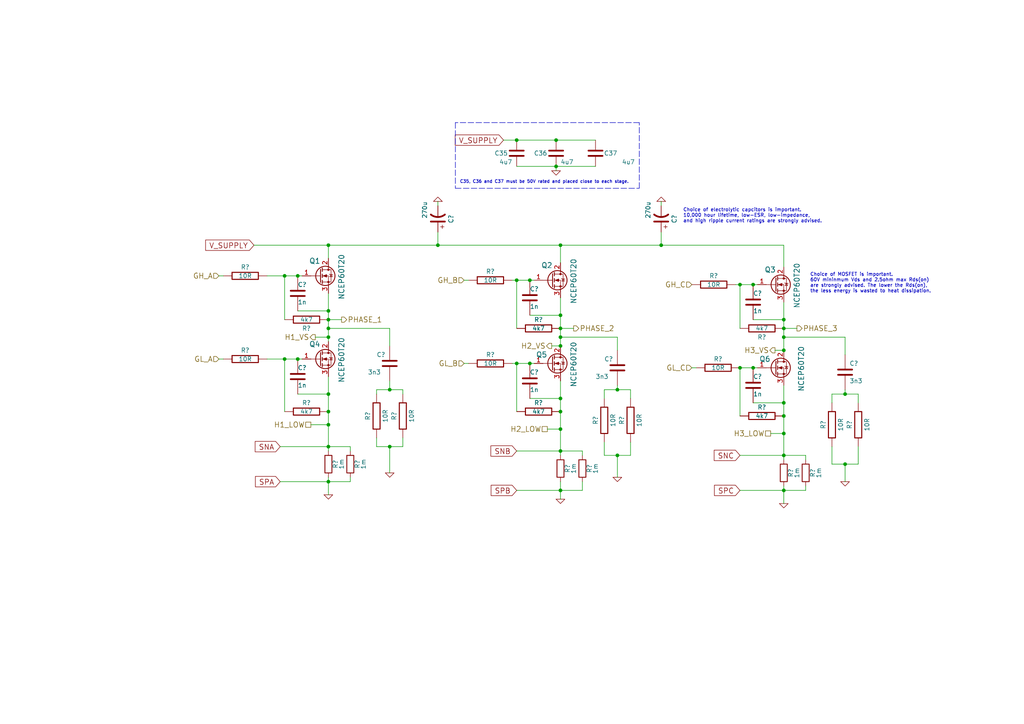
<source format=kicad_sch>
(kicad_sch (version 20250114) (generator "eeschema") (generator_version "9.0")
  (paper "A4")
  (title_block (title "Cheap FOCer 2") (date "2020-04-08") (rev "0.9") (company "Shaman Systems") (comment 1 "Root") (comment 4 "Top level"))
  (lib_symbols
    (symbol "BLDC_4-rescue:C-RESCUE-BLDC_4" (pin_numbers (hide yes)) (pin_names (offset 0.254))
      (property "Reference" "C" (at 0 2.54 0))
      (property "Value" "BLDC_4-rescue_C-RESCUE-BLDC_4" (at 0.1524 -2.159 0))
      (symbol "C-RESCUE-BLDC_4_0_1"
        (polyline (pts (xy -2.032 0.762) (xy 2.032 0.762)) (stroke (width 0.508)))
        (polyline (pts (xy -2.032 -0.762) (xy 2.032 -0.762)) (stroke (width 0.508)))
      )
      (symbol "C-RESCUE-BLDC_4_1_1"
        (pin passive line (at 0 5.08 270) (length 4.318) (name "~") (number "1"))
        (pin passive line (at 0 -5.08 90) (length 4.318) (name "~") (number "2"))
      )
    )
    (symbol "BLDC_4-rescue:GND-RESCUE-BLDC_4" (power) (pin_names (offset 0))
      (symbol "GND-RESCUE-BLDC_4_0_1"
        (polyline (pts (xy -1.27 0) (xy 0 -1.27) (xy 1.27 0) (xy -1.27 0)))
      )
      (symbol "GND-RESCUE-BLDC_4_1_1"
        (pin power_in line (at 0 0 90) (length 0) (hide yes) (name "GND") (number "1"))
      )
    )
    (symbol "BLDC_4-rescue:R-RESCUE-BLDC_4" (pin_numbers (hide yes)) (pin_names (offset 0))
      (property "Reference" "R" (at 2.032 0 90))
      (property "Value" "BLDC_4-rescue_R-RESCUE-BLDC_4" (at 0.1778 0.0254 90))
      (symbol "R-RESCUE-BLDC_4_0_1"
        (rectangle (start -1.016 3.81) (end 1.016 -3.81) (stroke (width 0.3048)))
      )
      (symbol "R-RESCUE-BLDC_4_1_1"
        (pin passive line (at 0 6.35 270) (length 2.54) (name "~") (number "1"))
        (pin passive line (at 0 -6.35 90) (length 2.54) (name "~") (number "2"))
      )
    )
    (symbol "Device:C" (pin_numbers (hide yes)) (pin_names (offset 0.254))
      (property "Reference" "C" (at 0.635 2.54 0))
      (property "Value" "C" (at 0.635 -2.54 0))
      (symbol "C_0_1"
        (polyline (pts (xy -2.032 0.762) (xy 2.032 0.762)) (stroke (width 0.508)))
        (polyline (pts (xy -2.032 -0.762) (xy 2.032 -0.762)) (stroke (width 0.508)))
      )
      (symbol "C_1_1"
        (pin passive line (at 0 3.81 270) (length 2.794) (name "~") (number "1"))
        (pin passive line (at 0 -3.81 90) (length 2.794) (name "~") (number "2"))
      )
    )
    (symbol "Device:CP1" (pin_numbers (hide yes)) (pin_names (offset 0.254) (hide yes))
      (property "Reference" "C" (at 0.635 2.54 0))
      (property "Value" "Device_CP1" (at 0.635 -2.54 0))
      (symbol "CP1_0_1"
        (polyline (pts (xy -2.032 0.762) (xy 2.032 0.762)) (stroke (width 0.508)))
        (polyline (pts (xy -1.778 2.286) (xy -0.762 2.286)))
        (polyline (pts (xy -1.27 1.778) (xy -1.27 2.794)))
        (arc (start -2.032 -1.27) (mid 0 -0.5572) (end 2.032 -1.27) (stroke (width 0.508)))
      )
      (symbol "CP1_1_1"
        (pin passive line (at 0 3.81 270) (length 2.794) (name "~") (number "1"))
        (pin passive line (at 0 -3.81 90) (length 3.302) (name "~") (number "2"))
      )
    )
    (symbol "Device:Q_NMOS_GDS" (pin_names (offset 0) (hide yes))
      (property "Reference" "Q" (at 5.08 1.27 0))
      (property "Value" "Device_Q_NMOS_GDS" (at 5.08 -1.27 0))
      (symbol "Q_NMOS_GDS_0_1"
        (polyline (pts (xy 0.254 1.905) (xy 0.254 -1.905)) (stroke (width 0.254)))
        (polyline (pts (xy 0.254 0) (xy -2.54 0)))
        (polyline (pts (xy 0.762 2.286) (xy 0.762 1.27)) (stroke (width 0.254)))
        (polyline (pts (xy 0.762 0.508) (xy 0.762 -0.508)) (stroke (width 0.254)))
        (polyline (pts (xy 0.762 -1.27) (xy 0.762 -2.286)) (stroke (width 0.254)))
        (polyline (pts (xy 0.762 -1.778) (xy 3.302 -1.778) (xy 3.302 1.778) (xy 0.762 1.778)))
        (polyline (pts (xy 1.016 0) (xy 2.032 0.381) (xy 2.032 -0.381) (xy 1.016 0)) (fill (type outline)))
        (circle (center 1.651 0) (radius 2.794) (stroke (width 0.254)))
        (polyline (pts (xy 2.54 2.54) (xy 2.54 1.778)))
        (circle (center 2.54 1.778) (radius 0.254) (fill (type outline)))
        (circle (center 2.54 -1.778) (radius 0.254) (fill (type outline)))
        (polyline (pts (xy 2.54 -2.54) (xy 2.54 0) (xy 0.762 0)))
        (polyline (pts (xy 2.794 0.508) (xy 2.921 0.381) (xy 3.683 0.381) (xy 3.81 0.254)))
        (polyline (pts (xy 3.302 0.381) (xy 2.921 -0.254) (xy 3.683 -0.254) (xy 3.302 0.381)))
      )
      (symbol "Q_NMOS_GDS_1_1"
        (pin input line (at -5.08 0 0) (length 2.54) (name "G") (number "1"))
        (pin passive line (at 2.54 5.08 270) (length 2.54) (name "D") (number "2"))
        (pin passive line (at 2.54 -5.08 90) (length 2.54) (name "S") (number "3"))
      )
    )
    (symbol "Device:R" (pin_numbers (hide yes)) (pin_names (offset 0))
      (property "Reference" "R" (at 2.032 0 90))
      (property "Value" "R" (at 0 0 90))
      (symbol "R_0_1"
        (rectangle (start -1.016 -2.54) (end 1.016 2.54) (stroke (width 0.254)))
      )
      (symbol "R_1_1"
        (pin passive line (at 0 3.81 270) (length 1.27) (name "~") (number "1"))
        (pin passive line (at 0 -3.81 90) (length 1.27) (name "~") (number "2"))
      )
    )
  )
  (text "Choice of MOSFET is important. \n60V mininmum Vds and 2.5ohm max Rds(on) \nare strongly advised. The lower the Rds(on), \nthe less energy is wasted to heat dissipation. " (at 234.95 85.09 0) (effects (font (size 0.9906 0.9906)) (justify left bottom)))
  (text "C35, C36 and C37 must be 50V rated and placed close to each stage." (at 133.35 53.34 0) (effects (font (size 0.889 0.889)) (justify left bottom)))
  (text "Choice of electrolytic capcitors is important. \n10,000 hour lifetime, low-ESR, low-impedance, \nand high ripple current ratings are strongly advised." (at 198.12 64.77 0) (effects (font (size 0.9906 0.9906)) (justify left bottom)))
  (junction (at 153.67 105.41))
  (junction (at 214.63 82.55))
  (junction (at 162.56 124.46))
  (junction (at 161.29 48.26))
  (junction (at 162.56 91.44))
  (junction (at 162.56 100.33))
  (junction (at 227.33 92.71))
  (junction (at 218.44 82.55))
  (junction (at 227.33 97.79))
  (junction (at 95.25 97.79))
  (junction (at 86.36 80.01))
  (junction (at 113.03 129.54))
  (junction (at 245.11 134.62))
  (junction (at 191.77 71.12))
  (junction (at 113.03 113.03))
  (junction (at 162.56 119.38))
  (junction (at 161.29 40.64))
  (junction (at 162.56 71.12))
  (junction (at 218.44 106.68))
  (junction (at 95.25 119.38))
  (junction (at 95.25 90.17))
  (junction (at 95.25 114.3))
  (junction (at 127 71.12))
  (junction (at 227.33 132.08))
  (junction (at 95.25 129.54))
  (junction (at 95.25 123.19))
  (junction (at 227.33 116.84))
  (junction (at 149.86 40.64))
  (junction (at 95.25 139.7))
  (junction (at 179.07 132.08))
  (junction (at 95.25 92.71))
  (junction (at 95.25 71.12))
  (junction (at 82.55 80.01))
  (junction (at 245.11 114.3))
  (junction (at 153.67 81.28))
  (junction (at 149.86 105.41))
  (junction (at 179.07 113.03))
  (junction (at 227.33 142.24))
  (junction (at 149.86 81.28))
  (junction (at 214.63 106.68))
  (junction (at 162.56 115.57))
  (junction (at 162.56 95.25))
  (junction (at 162.56 97.79))
  (junction (at 162.56 130.81))
  (junction (at 162.56 142.24))
  (junction (at 227.33 125.73))
  (junction (at 82.55 104.14))
  (junction (at 95.25 95.25))
  (junction (at 227.33 95.25))
  (junction (at 86.36 104.14))
  (junction (at 227.33 120.65))
  (junction (at 227.33 101.6))
  (wire (pts (xy 149.86 119.38) (xy 149.86 105.41)))
  (wire (pts (xy 86.36 114.3) (xy 95.25 114.3)))
  (wire (pts (xy 179.07 132.08) (xy 175.26 132.08)))
  (wire (pts (xy 113.03 137.16) (xy 113.03 129.54)))
  (wire (pts (xy 127 59.69) (xy 127 58.42)))
  (wire (pts (xy 113.03 113.03) (xy 109.22 113.03)))
  (wire (pts (xy 95.25 92.71) (xy 99.06 92.71)))
  (wire (pts (xy 63.5 104.14) (xy 64.77 104.14)))
  (wire (pts (xy 82.55 92.71) (xy 82.55 80.01)))
  (wire (pts (xy 82.55 104.14) (xy 86.36 104.14)))
  (wire (pts (xy 162.56 97.79) (xy 162.56 100.33)))
  (polyline (pts (xy 132.08 35.56) (xy 132.08 54.61)) (stroke (width 0) (type dash)))
  (wire (pts (xy 162.56 130.81) (xy 162.56 132.08)))
  (wire (pts (xy 82.55 80.01) (xy 86.36 80.01)))
  (wire (pts (xy 95.25 95.25) (xy 95.25 97.79)))
  (wire (pts (xy 241.3 134.62) (xy 241.3 129.54)))
  (wire (pts (xy 227.33 116.84) (xy 227.33 120.65)))
  (wire (pts (xy 90.17 123.19) (xy 95.25 123.19)))
  (wire (pts (xy 223.52 125.73) (xy 227.33 125.73)))
  (wire (pts (xy 149.86 142.24) (xy 162.56 142.24)))
  (wire (pts (xy 175.26 132.08) (xy 175.26 128.27)))
  (wire (pts (xy 182.88 128.27) (xy 182.88 132.08)))
  (wire (pts (xy 161.29 48.26) (xy 161.29 49.53)))
  (wire (pts (xy 82.55 119.38) (xy 82.55 104.14)))
  (wire (pts (xy 149.86 48.26) (xy 161.29 48.26)))
  (wire (pts (xy 162.56 124.46) (xy 162.56 130.81)))
  (wire (pts (xy 241.3 114.3) (xy 241.3 116.84)))
  (wire (pts (xy 101.6 129.54) (xy 95.25 129.54)))
  (wire (pts (xy 182.88 132.08) (xy 179.07 132.08)))
  (wire (pts (xy 134.62 81.28) (xy 135.89 81.28)))
  (wire (pts (xy 162.56 76.2) (xy 162.56 71.12)))
  (wire (pts (xy 168.91 142.24) (xy 162.56 142.24)))
  (wire (pts (xy 168.91 132.08) (xy 168.91 130.81)))
  (wire (pts (xy 224.79 101.6) (xy 227.33 101.6)))
  (wire (pts (xy 162.56 86.36) (xy 162.56 91.44)))
  (wire (pts (xy 162.56 97.79) (xy 179.07 97.79)))
  (wire (pts (xy 101.6 130.81) (xy 101.6 129.54)))
  (wire (pts (xy 101.6 138.43) (xy 101.6 139.7)))
  (wire (pts (xy 233.68 133.35) (xy 233.68 132.08)))
  (wire (pts (xy 116.84 129.54) (xy 113.03 129.54)))
  (wire (pts (xy 95.25 139.7) (xy 95.25 138.43)))
  (wire (pts (xy 191.77 59.69) (xy 191.77 58.42)))
  (wire (pts (xy 149.86 130.81) (xy 162.56 130.81)))
  (wire (pts (xy 127 71.12) (xy 162.56 71.12)))
  (wire (pts (xy 233.68 140.97) (xy 233.68 142.24)))
  (wire (pts (xy 214.63 82.55) (xy 214.63 95.25)))
  (wire (pts (xy 95.25 71.12) (xy 95.25 74.93)))
  (wire (pts (xy 227.33 95.25) (xy 227.33 97.79)))
  (wire (pts (xy 95.25 92.71) (xy 95.25 95.25)))
  (wire (pts (xy 162.56 142.24) (xy 162.56 139.7)))
  (wire (pts (xy 116.84 113.03) (xy 113.03 113.03)))
  (wire (pts (xy 168.91 139.7) (xy 168.91 142.24)))
  (wire (pts (xy 91.44 97.79) (xy 95.25 97.79)))
  (wire (pts (xy 77.47 80.01) (xy 82.55 80.01)))
  (wire (pts (xy 95.25 90.17) (xy 95.25 92.71)))
  (wire (pts (xy 134.62 105.41) (xy 135.89 105.41)))
  (wire (pts (xy 95.25 95.25) (xy 113.03 95.25)))
  (wire (pts (xy 95.25 119.38) (xy 95.25 123.19)))
  (wire (pts (xy 179.07 113.03) (xy 175.26 113.03)))
  (polyline (pts (xy 132.08 54.61) (xy 185.42 54.61)) (stroke (width 0) (type dash)))
  (wire (pts (xy 227.33 120.65) (xy 227.33 125.73)))
  (wire (pts (xy 218.44 116.84) (xy 227.33 116.84)))
  (wire (pts (xy 218.44 106.68) (xy 219.71 106.68)))
  (wire (pts (xy 214.63 82.55) (xy 218.44 82.55)))
  (wire (pts (xy 109.22 129.54) (xy 109.22 127)))
  (wire (pts (xy 182.88 115.57) (xy 182.88 113.03)))
  (wire (pts (xy 179.07 101.6) (xy 179.07 97.79)))
  (wire (pts (xy 161.29 48.26) (xy 172.72 48.26)))
  (wire (pts (xy 162.56 71.12) (xy 191.77 71.12)))
  (wire (pts (xy 161.29 40.64) (xy 172.72 40.64)))
  (wire (pts (xy 162.56 95.25) (xy 162.56 97.79)))
  (wire (pts (xy 162.56 91.44) (xy 162.56 95.25)))
  (polyline (pts (xy 185.42 35.56) (xy 132.08 35.56)) (stroke (width 0) (type dash)))
  (wire (pts (xy 153.67 81.28) (xy 154.94 81.28)))
  (wire (pts (xy 95.25 109.22) (xy 95.25 114.3)))
  (wire (pts (xy 73.66 71.12) (xy 95.25 71.12)))
  (wire (pts (xy 149.86 40.64) (xy 161.29 40.64)))
  (wire (pts (xy 214.63 142.24) (xy 227.33 142.24)))
  (wire (pts (xy 227.33 146.05) (xy 227.33 142.24)))
  (wire (pts (xy 116.84 127) (xy 116.84 129.54)))
  (wire (pts (xy 158.75 124.46) (xy 162.56 124.46)))
  (wire (pts (xy 162.56 95.25) (xy 166.37 95.25)))
  (wire (pts (xy 245.11 134.62) (xy 241.3 134.62)))
  (wire (pts (xy 101.6 139.7) (xy 95.25 139.7)))
  (wire (pts (xy 95.25 139.7) (xy 95.25 143.51)))
  (wire (pts (xy 149.86 81.28) (xy 153.67 81.28)))
  (wire (pts (xy 95.25 97.79) (xy 95.25 99.06)))
  (wire (pts (xy 233.68 142.24) (xy 227.33 142.24)))
  (wire (pts (xy 245.11 113.03) (xy 245.11 114.3)))
  (wire (pts (xy 148.59 81.28) (xy 149.86 81.28)))
  (wire (pts (xy 160.02 100.33) (xy 162.56 100.33)))
  (wire (pts (xy 227.33 97.79) (xy 245.11 97.79)))
  (wire (pts (xy 248.92 134.62) (xy 245.11 134.62)))
  (wire (pts (xy 214.63 132.08) (xy 227.33 132.08)))
  (wire (pts (xy 95.25 114.3) (xy 95.25 119.38)))
  (wire (pts (xy 149.86 105.41) (xy 153.67 105.41)))
  (wire (pts (xy 245.11 114.3) (xy 241.3 114.3)))
  (wire (pts (xy 175.26 113.03) (xy 175.26 115.57)))
  (wire (pts (xy 245.11 102.87) (xy 245.11 97.79)))
  (wire (pts (xy 233.68 132.08) (xy 227.33 132.08)))
  (wire (pts (xy 86.36 104.14) (xy 87.63 104.14)))
  (wire (pts (xy 113.03 100.33) (xy 113.03 95.25)))
  (wire (pts (xy 248.92 129.54) (xy 248.92 134.62)))
  (wire (pts (xy 146.05 40.64) (xy 149.86 40.64)))
  (wire (pts (xy 227.33 132.08) (xy 227.33 133.35)))
  (wire (pts (xy 162.56 144.78) (xy 162.56 142.24)))
  (wire (pts (xy 113.03 129.54) (xy 109.22 129.54)))
  (wire (pts (xy 227.33 111.76) (xy 227.33 116.84)))
  (wire (pts (xy 109.22 113.03) (xy 109.22 114.3)))
  (wire (pts (xy 182.88 113.03) (xy 179.07 113.03)))
  (wire (pts (xy 153.67 91.44) (xy 162.56 91.44)))
  (wire (pts (xy 77.47 104.14) (xy 82.55 104.14)))
  (wire (pts (xy 227.33 92.71) (xy 227.33 95.25)))
  (wire (pts (xy 95.25 123.19) (xy 95.25 129.54)))
  (wire (pts (xy 218.44 82.55) (xy 219.71 82.55)))
  (wire (pts (xy 248.92 114.3) (xy 245.11 114.3)))
  (wire (pts (xy 191.77 71.12) (xy 227.33 71.12)))
  (wire (pts (xy 213.36 82.55) (xy 214.63 82.55)))
  (wire (pts (xy 227.33 71.12) (xy 227.33 77.47)))
  (wire (pts (xy 214.63 120.65) (xy 214.63 106.68)))
  (wire (pts (xy 153.67 105.41) (xy 154.94 105.41)))
  (wire (pts (xy 95.25 71.12) (xy 127 71.12)))
  (wire (pts (xy 168.91 130.81) (xy 162.56 130.81)))
  (wire (pts (xy 95.25 129.54) (xy 95.25 130.81)))
  (wire (pts (xy 113.03 110.49) (xy 113.03 113.03)))
  (wire (pts (xy 81.28 139.7) (xy 95.25 139.7)))
  (wire (pts (xy 162.56 119.38) (xy 162.56 124.46)))
  (wire (pts (xy 227.33 125.73) (xy 227.33 132.08)))
  (wire (pts (xy 95.25 85.09) (xy 95.25 90.17)))
  (wire (pts (xy 148.59 105.41) (xy 149.86 105.41)))
  (wire (pts (xy 214.63 106.68) (xy 218.44 106.68)))
  (wire (pts (xy 191.77 67.31) (xy 191.77 71.12)))
  (wire (pts (xy 179.07 138.43) (xy 179.07 132.08)))
  (wire (pts (xy 81.28 129.54) (xy 95.25 129.54)))
  (wire (pts (xy 162.56 110.49) (xy 162.56 115.57)))
  (wire (pts (xy 245.11 139.7) (xy 245.11 134.62)))
  (wire (pts (xy 149.86 81.28) (xy 149.86 95.25)))
  (wire (pts (xy 227.33 87.63) (xy 227.33 92.71)))
  (wire (pts (xy 227.33 97.79) (xy 227.33 101.6)))
  (wire (pts (xy 179.07 111.76) (xy 179.07 113.03)))
  (wire (pts (xy 86.36 90.17) (xy 95.25 90.17)))
  (wire (pts (xy 86.36 80.01) (xy 87.63 80.01)))
  (wire (pts (xy 218.44 92.71) (xy 227.33 92.71)))
  (wire (pts (xy 116.84 114.3) (xy 116.84 113.03)))
  (wire (pts (xy 153.67 115.57) (xy 162.56 115.57)))
  (wire (pts (xy 162.56 115.57) (xy 162.56 119.38)))
  (wire (pts (xy 200.66 106.68) (xy 201.93 106.68)))
  (wire (pts (xy 227.33 142.24) (xy 227.33 140.97)))
  (polyline (pts (xy 185.42 54.61) (xy 185.42 35.56)) (stroke (width 0) (type dash)))
  (wire (pts (xy 227.33 95.25) (xy 231.14 95.25)))
  (wire (pts (xy 63.5 80.01) (xy 64.77 80.01)))
  (wire (pts (xy 248.92 116.84) (xy 248.92 114.3)))
  (wire (pts (xy 127 67.31) (xy 127 71.12)))
  (global_label "SPC" (shape input) (at 214.63 142.24 180) (effects (font (size 1.524 1.524))) (property "Intersheetrefs" "${INTERSHEET_REFS}" (effects (hide yes))))
  (global_label "SNA" (shape input) (at 81.28 129.54 180) (effects (font (size 1.524 1.524))) (property "Intersheetrefs" "${INTERSHEET_REFS}" (effects (hide yes))))
  (global_label "SPA" (shape input) (at 81.28 139.7 180) (effects (font (size 1.524 1.524))) (property "Intersheetrefs" "${INTERSHEET_REFS}" (effects (hide yes))))
  (global_label "SPB" (shape input) (at 149.86 142.24 180) (effects (font (size 1.524 1.524))) (property "Intersheetrefs" "${INTERSHEET_REFS}" (effects (hide yes))))
  (global_label "SNB" (shape input) (at 149.86 130.81 180) (effects (font (size 1.524 1.524))) (property "Intersheetrefs" "${INTERSHEET_REFS}" (effects (hide yes))))
  (global_label "V_SUPPLY" (shape input) (at 146.05 40.64 180) (effects (font (size 1.524 1.524))) (property "Intersheetrefs" "${INTERSHEET_REFS}" (effects (hide yes))))
  (global_label "SNC" (shape input) (at 214.63 132.08 180) (effects (font (size 1.524 1.524))) (property "Intersheetrefs" "${INTERSHEET_REFS}" (effects (hide yes))))
  (global_label "V_SUPPLY" (shape input) (at 73.66 71.12 180) (effects (font (size 1.524 1.524))) (property "Intersheetrefs" "${INTERSHEET_REFS}" (effects (hide yes))))
  (hierarchical_label "PHASE_3" (shape output) (at 231.14 95.25 0) (effects (font (size 1.524 1.524))))
  (hierarchical_label "PHASE_1" (shape output) (at 99.06 92.71 0) (effects (font (size 1.524 1.524))))
  (hierarchical_label "H3_LOW" (shape passive) (at 223.52 125.73 180) (effects (font (size 1.524 1.524))))
  (hierarchical_label "GH_A" (shape input) (at 63.5 80.01 180) (effects (font (size 1.524 1.524))))
  (hierarchical_label "H2_VS" (shape output) (at 160.02 100.33 180) (effects (font (size 1.524 1.524))))
  (hierarchical_label "GL_A" (shape input) (at 63.5 104.14 180) (effects (font (size 1.524 1.524))))
  (hierarchical_label "H1_LOW" (shape passive) (at 90.17 123.19 180) (effects (font (size 1.524 1.524))))
  (hierarchical_label "GH_B" (shape input) (at 134.62 81.28 180) (effects (font (size 1.524 1.524))))
  (hierarchical_label "GL_C" (shape input) (at 200.66 106.68 180) (effects (font (size 1.524 1.524))))
  (hierarchical_label "GL_B" (shape input) (at 134.62 105.41 180) (effects (font (size 1.524 1.524))))
  (hierarchical_label "H1_VS" (shape output) (at 91.44 97.79 180) (effects (font (size 1.524 1.524))))
  (hierarchical_label "H3_VS" (shape output) (at 224.79 101.6 180) (effects (font (size 1.524 1.524))))
  (hierarchical_label "GH_C" (shape input) (at 200.66 82.55 180) (effects (font (size 1.524 1.524))))
  (hierarchical_label "PHASE_2" (shape output) (at 166.37 95.25 0) (effects (font (size 1.524 1.524))))
  (hierarchical_label "H2_LOW" (shape passive) (at 158.75 124.46 180) (effects (font (size 1.524 1.524))))
  (symbol (lib_id "Device:Q_NMOS_GDS") (at 92.71 80.01 0) (unit 1)
    (property "Reference" "Q1" (at 92.964 75.692 0) (effects (font (size 1.524 1.524)) (justify right)))
    (property "Value" "NCEP60T20" (at 99.06 73.66 90) (effects (font (size 1.524 1.524)) (justify right)))
    (property "Footprint" "Package_TO_SOT_THT:TO-220-3_Horizontal_TabUp" (effects (hide yes)))
  )
  (symbol (lib_id "Device:Q_NMOS_GDS") (at 92.71 104.14 0) (unit 1)
    (property "Reference" "Q4" (at 92.964 99.822 0) (effects (font (size 1.524 1.524)) (justify right)))
    (property "Value" "NCEP60T20" (at 99.06 97.79 90) (effects (font (size 1.524 1.524)) (justify right)))
    (property "Footprint" "Package_TO_SOT_THT:TO-220-3_Horizontal_TabUp" (effects (hide yes)))
  )
  (symbol (lib_id "Device:Q_NMOS_GDS") (at 160.02 105.41 0) (unit 1)
    (property "Reference" "Q5" (at 158.75 102.87 0) (effects (font (size 1.524 1.524)) (justify right)))
    (property "Value" "NCEP60T20" (at 166.37 99.06 90) (effects (font (size 1.524 1.524)) (justify right)))
    (property "Footprint" "Package_TO_SOT_THT:TO-220-3_Horizontal_TabUp" (effects (hide yes)))
  )
  (symbol (lib_id "Device:Q_NMOS_GDS") (at 160.02 81.28 0) (unit 1)
    (property "Reference" "Q2" (at 160.274 76.962 0) (effects (font (size 1.524 1.524)) (justify right)))
    (property "Value" "NCEP60T20" (at 166.37 74.93 90) (effects (font (size 1.524 1.524)) (justify right)))
    (property "Footprint" "Package_TO_SOT_THT:TO-220-3_Horizontal_TabUp" (effects (hide yes)))
  )
  (symbol (lib_id "Device:Q_NMOS_GDS") (at 224.79 82.55 0) (unit 1)
    (property "Reference" "Q3" (at 225.044 78.232 0) (effects (font (size 1.524 1.524)) (justify right)))
    (property "Value" "NCEP60T20" (at 231.14 76.2 90) (effects (font (size 1.524 1.524)) (justify right)))
    (property "Footprint" "Package_TO_SOT_THT:TO-220-3_Horizontal_TabUp" (effects (hide yes)))
  )
  (symbol (lib_id "Device:Q_NMOS_GDS") (at 224.79 106.68 0) (unit 1)
    (property "Reference" "Q6" (at 223.52 104.14 0) (effects (font (size 1.524 1.524)) (justify right)))
    (property "Value" "NCEP60T20" (at 232.41 100.33 90) (effects (font (size 1.524 1.524)) (justify right)))
    (property "Footprint" "Package_TO_SOT_THT:TO-220-3_Horizontal_TabUp" (effects (hide yes)))
  )
  (symbol (lib_id "Device:R") (at 95.25 134.62 0) (mirror x) (unit 1)
    (property "Reference" "R56" (at 97.282 134.62 90))
    (property "Value" "1m" (at 99.06 134.62 90))
    (property "Footprint" "Resistor_SMD:R_2512_6332Metric" (effects (hide yes)))
    (property "Datasheet" "https://www.mouser.com/datasheet/2/54/ss2h-2512-1302652.pdf" (effects (hide yes)))
    (instances (project "" (path "" (reference "R?") (unit 1)) (path "" (reference "R56") (unit 1))))
  )
  (symbol (lib_id "BLDC_4-rescue:GND-RESCUE-BLDC_4") (at 95.25 143.51 0) (unit 1)
    (property "Reference" "#PWR061" (effects (hide yes)))
    (property "Value" "GND" (effects (hide yes)))
    (instances (project "" (path "" (reference "#PWR?") (unit 1)) (path "" (reference "#PWR061") (unit 1))))
  )
  (symbol (lib_id "Device:R") (at 162.56 135.89 0) (mirror x) (unit 1)
    (property "Reference" "R58" (at 164.592 135.89 90))
    (property "Value" "1m" (at 166.37 135.89 90))
    (property "Footprint" "Resistor_SMD:R_2512_6332Metric" (effects (hide yes)))
    (instances (project "" (path "" (reference "R?") (unit 1)) (path "" (reference "R58") (unit 1))))
  )
  (symbol (lib_id "Device:R") (at 227.33 137.16 0) (mirror x) (unit 1)
    (property "Reference" "R60" (at 229.362 137.16 90))
    (property "Value" "1m" (at 231.14 137.16 90))
    (property "Footprint" "Resistor_SMD:R_2512_6332Metric" (effects (hide yes)))
    (instances (project "" (path "" (reference "R?") (unit 1)) (path "" (reference "R60") (unit 1))))
  )
  (symbol (lib_id "BLDC_4-rescue:GND-RESCUE-BLDC_4") (at 162.56 144.78 0) (unit 1)
    (property "Reference" "#PWR062" (effects (hide yes)))
    (property "Value" "GND" (effects (hide yes)))
    (instances (project "" (path "" (reference "#PWR?") (unit 1)) (path "" (reference "#PWR062") (unit 1))))
  )
  (symbol (lib_id "BLDC_4-rescue:GND-RESCUE-BLDC_4") (at 227.33 146.05 0) (unit 1)
    (property "Reference" "#PWR063" (effects (hide yes)))
    (property "Value" "GND" (effects (hide yes)))
    (instances (project "" (path "" (reference "#PWR?") (unit 1)) (path "" (reference "#PWR063") (unit 1))))
  )
  (symbol (lib_id "Device:CP1") (at 127 63.5 180) (unit 1)
    (property "Reference" "C38" (at 130.81 62.23 90) (effects (justify left)))
    (property "Value" "270u" (at 123.19 58.42 90) (effects (justify left)))
    (property "Footprint" "Capacitor_SMD:CP_Elec_10x10" (effects (hide yes)))
    (instances (project "" (path "" (reference "C?") (unit 1)) (path "" (reference "C38") (unit 1))))
  )
  (symbol (lib_id "BLDC_4-rescue:GND-RESCUE-BLDC_4") (at 127 58.42 180) (unit 1)
    (property "Reference" "#PWR056" (effects (hide yes)))
    (property "Value" "GND" (effects (hide yes)))
    (instances (project "" (path "" (reference "#PWR?") (unit 1)) (path "" (reference "#PWR056") (unit 1))))
  )
  (symbol (lib_id "Device:C") (at 161.29 44.45 180) (unit 1)
    (property "Reference" "C36" (at 158.75 44.45 0) (effects (justify left)))
    (property "Value" "4u7" (at 166.37 46.99 0) (effects (justify left)))
    (property "Footprint" "Capacitor_SMD:C_1210_3225Metric" (effects (hide yes)))
  )
  (symbol (lib_id "Device:C") (at 149.86 44.45 180) (unit 1)
    (property "Reference" "C35" (at 147.32 44.45 0) (effects (justify left)))
    (property "Value" "4u7" (at 148.59 46.99 0) (effects (justify left)))
    (property "Footprint" "Capacitor_SMD:C_1210_3225Metric" (effects (hide yes)))
    (property "Datasheet" "https://www.mouser.com/datasheet/2/440/e_WIMA_MKS_4-1139797.pdf" (effects (hide yes)))
  )
  (symbol (lib_id "BLDC_4-rescue:GND-RESCUE-BLDC_4") (at 161.29 49.53 0) (unit 1)
    (property "Reference" "#PWR055" (effects (hide yes)))
    (property "Value" "GND" (effects (hide yes)))
    (instances (project "" (path "" (reference "#PWR?") (unit 1)) (path "" (reference "#PWR055") (unit 1))))
  )
  (symbol (lib_id "BLDC_4-rescue:R-RESCUE-BLDC_4") (at 88.9 119.38 90) (unit 1)
    (property "Reference" "R50" (at 88.9 116.84 90))
    (property "Value" "4k7" (at 88.9 119.38 90))
    (property "Footprint" "Resistor_SMD:R_0402_1005Metric" (effects (hide yes)))
    (instances (project "" (path "" (reference "R?") (unit 1)) (path "" (reference "R50") (unit 1)) (path "" (reference "R?") (unit 1))))
  )
  (symbol (lib_id "BLDC_4-rescue:R-RESCUE-BLDC_4") (at 156.21 119.38 270) (unit 1)
    (property "Reference" "R51" (at 156.21 116.84 90))
    (property "Value" "4k7" (at 156.21 119.38 90))
    (property "Footprint" "Resistor_SMD:R_0402_1005Metric" (effects (hide yes)))
    (instances (project "" (path "" (reference "R?") (unit 1)) (path "" (reference "R51") (unit 1)) (path "" (reference "R?") (unit 1))))
  )
  (symbol (lib_id "BLDC_4-rescue:R-RESCUE-BLDC_4") (at 220.98 120.65 270) (unit 1)
    (property "Reference" "R52" (at 220.98 118.11 90))
    (property "Value" "4k7" (at 220.98 120.65 90))
    (property "Footprint" "Resistor_SMD:R_0402_1005Metric" (effects (hide yes)))
    (instances (project "" (path "" (reference "R?") (unit 1)) (path "" (reference "R52") (unit 1)) (path "" (reference "R?") (unit 1))))
  )
  (symbol (lib_id "BLDC_4-rescue:R-RESCUE-BLDC_4") (at 88.9 92.71 90) (unit 1)
    (property "Reference" "R44" (at 88.9 95.25 90))
    (property "Value" "4k7" (at 88.9 92.71 90))
    (property "Footprint" "Resistor_SMD:R_0402_1005Metric" (effects (hide yes)))
    (instances (project "" (path "" (reference "R?") (unit 1)) (path "" (reference "R44") (unit 1)) (path "" (reference "R?") (unit 1))))
  )
  (symbol (lib_id "BLDC_4-rescue:R-RESCUE-BLDC_4") (at 156.21 95.25 270) (unit 1)
    (property "Reference" "R45" (at 156.21 92.71 90))
    (property "Value" "4k7" (at 156.21 95.25 90))
    (property "Footprint" "Resistor_SMD:R_0402_1005Metric" (effects (hide yes)))
    (instances (project "" (path "" (reference "R?") (unit 1)) (path "" (reference "R45") (unit 1)) (path "" (reference "R?") (unit 1))))
  )
  (symbol (lib_id "BLDC_4-rescue:R-RESCUE-BLDC_4") (at 220.98 95.25 270) (unit 1)
    (property "Reference" "R46" (at 220.98 97.79 90))
    (property "Value" "4k7" (at 220.98 95.25 90))
    (property "Footprint" "Resistor_SMD:R_0402_1005Metric" (effects (hide yes)))
    (instances (project "" (path "" (reference "R?") (unit 1)) (path "" (reference "R46") (unit 1)) (path "" (reference "R?") (unit 1))))
  )
  (symbol (lib_id "BLDC_4-rescue:R-RESCUE-BLDC_4") (at 109.22 120.65 180) (unit 1)
    (property "Reference" "R53" (at 106.68 120.65 90))
    (property "Value" "10R" (at 111.76 120.65 90))
    (property "Footprint" "Resistor_SMD:R_0402_1005Metric" (effects (hide yes)))
    (instances (project "" (path "" (reference "R?") (unit 1)) (path "" (reference "R53") (unit 1))))
  )
  (symbol (lib_id "BLDC_4-rescue:C-RESCUE-BLDC_4") (at 113.03 105.41 0) (unit 1)
    (property "Reference" "C40" (at 109.22 102.87 0) (effects (justify left)))
    (property "Value" "3n3" (at 106.68 107.95 0) (effects (justify left)))
    (property "Footprint" "Capacitor_SMD:C_0402_1005Metric" (effects (hide yes)))
    (instances (project "" (path "" (reference "C?") (unit 1)) (path "" (reference "C40") (unit 1))))
  )
  (symbol (lib_id "BLDC_4-rescue:GND-RESCUE-BLDC_4") (at 113.03 137.16 0) (unit 1)
    (property "Reference" "#PWR058" (effects (hide yes)))
    (property "Value" "GND" (effects (hide yes)))
    (instances (project "" (path "" (reference "#PWR?") (unit 1)) (path "" (reference "#PWR058") (unit 1))))
  )
  (symbol (lib_id "BLDC_4-rescue:R-RESCUE-BLDC_4") (at 175.26 121.92 180) (unit 1)
    (property "Reference" "R54" (at 172.72 121.92 90))
    (property "Value" "10R" (at 177.8 121.92 90))
    (property "Footprint" "Resistor_SMD:R_0402_1005Metric" (effects (hide yes)))
    (instances (project "" (path "" (reference "R?") (unit 1)) (path "" (reference "R54") (unit 1))))
  )
  (symbol (lib_id "BLDC_4-rescue:C-RESCUE-BLDC_4") (at 179.07 106.68 0) (unit 1)
    (property "Reference" "C41" (at 175.26 104.14 0) (effects (justify left)))
    (property "Value" "3n3" (at 172.72 109.22 0) (effects (justify left)))
    (property "Footprint" "Capacitor_SMD:C_0402_1005Metric" (effects (hide yes)))
    (instances (project "" (path "" (reference "C?") (unit 1)) (path "" (reference "C41") (unit 1))))
  )
  (symbol (lib_id "BLDC_4-rescue:GND-RESCUE-BLDC_4") (at 179.07 138.43 0) (unit 1)
    (property "Reference" "#PWR059" (effects (hide yes)))
    (property "Value" "GND" (effects (hide yes)))
    (instances (project "" (path "" (reference "#PWR?") (unit 1)) (path "" (reference "#PWR059") (unit 1))))
  )
  (symbol (lib_id "BLDC_4-rescue:R-RESCUE-BLDC_4") (at 241.3 123.19 180) (unit 1)
    (property "Reference" "R55" (at 238.76 123.19 90))
    (property "Value" "10R" (at 243.84 123.19 90))
    (property "Footprint" "Resistor_SMD:R_0402_1005Metric" (effects (hide yes)))
    (instances (project "" (path "" (reference "R?") (unit 1)) (path "" (reference "R55") (unit 1))))
  )
  (symbol (lib_id "BLDC_4-rescue:C-RESCUE-BLDC_4") (at 245.11 107.95 0) (unit 1)
    (property "Reference" "C42" (at 246.38 105.41 0) (effects (justify left)))
    (property "Value" "3n3" (at 246.38 110.49 0) (effects (justify left)))
    (property "Footprint" "Capacitor_SMD:C_0402_1005Metric" (effects (hide yes)))
    (instances (project "" (path "" (reference "C?") (unit 1)) (path "" (reference "C42") (unit 1))))
  )
  (symbol (lib_id "BLDC_4-rescue:GND-RESCUE-BLDC_4") (at 245.11 139.7 0) (unit 1)
    (property "Reference" "#PWR060" (effects (hide yes)))
    (property "Value" "GND" (effects (hide yes)))
    (instances (project "" (path "" (reference "#PWR?") (unit 1)) (path "" (reference "#PWR060") (unit 1))))
  )
  (symbol (lib_id "Device:CP1") (at 191.77 63.5 180) (unit 1)
    (property "Reference" "C39" (at 195.58 62.23 90) (effects (justify left)))
    (property "Value" "270u" (at 187.96 58.42 90) (effects (justify left)))
    (property "Footprint" "Capacitor_SMD:CP_Elec_10x10" (effects (hide yes)))
    (instances (project "" (path "" (reference "C?") (unit 1)) (path "" (reference "C39") (unit 1))))
  )
  (symbol (lib_id "BLDC_4-rescue:GND-RESCUE-BLDC_4") (at 191.77 58.42 180) (unit 1)
    (property "Reference" "#PWR057" (effects (hide yes)))
    (property "Value" "GND" (effects (hide yes)))
    (instances (project "" (path "" (reference "#PWR?") (unit 1)) (path "" (reference "#PWR057") (unit 1))))
  )
  (symbol (lib_id "Device:R") (at 168.91 135.89 0) (mirror x) (unit 1)
    (property "Reference" "R59" (at 170.942 135.89 90))
    (property "Value" "1m" (at 172.72 135.89 90))
    (property "Footprint" "Resistor_SMD:R_2512_6332Metric" (effects (hide yes)))
    (instances (project "" (path "" (reference "R?") (unit 1)) (path "" (reference "R59") (unit 1))))
  )
  (symbol (lib_id "Device:R") (at 101.6 134.62 0) (mirror x) (unit 1)
    (property "Reference" "R57" (at 103.632 134.62 90))
    (property "Value" "1m" (at 105.41 134.62 90))
    (property "Footprint" "Resistor_SMD:R_2512_6332Metric" (effects (hide yes)))
    (instances (project "" (path "" (reference "R?") (unit 1)) (path "" (reference "R57") (unit 1))))
  )
  (symbol (lib_id "Device:R") (at 233.68 137.16 0) (mirror x) (unit 1)
    (property "Reference" "R61" (at 235.712 137.16 90))
    (property "Value" "1m" (at 237.49 137.16 90))
    (property "Footprint" "Resistor_SMD:R_2512_6332Metric" (effects (hide yes)))
    (instances (project "" (path "" (reference "R?") (unit 1)) (path "" (reference "R61") (unit 1))))
  )
  (symbol (lib_id "BLDC_4-rescue:R-RESCUE-BLDC_4") (at 207.01 82.55 270) (unit 1)
    (property "Reference" "R43" (at 207.01 80.01 90))
    (property "Value" "10R" (at 207.01 82.55 90))
    (property "Footprint" "Resistor_SMD:R_0402_1005Metric" (effects (hide yes)))
    (instances (project "" (path "" (reference "R?") (unit 1)) (path "" (reference "R43") (unit 1)) (path "" (reference "R?") (unit 1))))
  )
  (symbol (lib_id "BLDC_4-rescue:R-RESCUE-BLDC_4") (at 208.28 106.68 270) (unit 1)
    (property "Reference" "R49" (at 208.28 104.14 90))
    (property "Value" "10R" (at 208.28 106.68 90))
    (property "Footprint" "Resistor_SMD:R_0402_1005Metric" (effects (hide yes)))
    (instances (project "" (path "" (reference "R?") (unit 1)) (path "" (reference "R49") (unit 1)) (path "" (reference "R?") (unit 1))))
  )
  (symbol (lib_id "BLDC_4-rescue:R-RESCUE-BLDC_4") (at 142.24 81.28 270) (unit 1)
    (property "Reference" "R42" (at 142.24 78.74 90))
    (property "Value" "10R" (at 142.24 81.28 90))
    (property "Footprint" "Resistor_SMD:R_0402_1005Metric" (effects (hide yes)))
    (instances (project "" (path "" (reference "R?") (unit 1)) (path "" (reference "R42") (unit 1)) (path "" (reference "R?") (unit 1))))
  )
  (symbol (lib_id "BLDC_4-rescue:R-RESCUE-BLDC_4") (at 142.24 105.41 270) (unit 1)
    (property "Reference" "R48" (at 142.24 102.87 90))
    (property "Value" "10R" (at 142.24 105.41 90))
    (property "Footprint" "Resistor_SMD:R_0402_1005Metric" (effects (hide yes)))
    (instances (project "" (path "" (reference "R?") (unit 1)) (path "" (reference "R48") (unit 1)) (path "" (reference "R?") (unit 1))))
  )
  (symbol (lib_id "BLDC_4-rescue:R-RESCUE-BLDC_4") (at 71.12 104.14 270) (unit 1)
    (property "Reference" "R47" (at 71.12 101.6 90))
    (property "Value" "10R" (at 71.12 104.14 90))
    (property "Footprint" "Resistor_SMD:R_0402_1005Metric" (effects (hide yes)))
    (instances (project "" (path "" (reference "R?") (unit 1)) (path "" (reference "R47") (unit 1)) (path "" (reference "R?") (unit 1))))
  )
  (symbol (lib_id "BLDC_4-rescue:R-RESCUE-BLDC_4") (at 71.12 80.01 270) (unit 1)
    (property "Reference" "R41" (at 71.12 77.47 90))
    (property "Value" "10R" (at 71.12 80.01 90))
    (property "Footprint" "Resistor_SMD:R_0402_1005Metric" (effects (hide yes)))
    (instances (project "" (path "" (reference "R?") (unit 1)) (path "" (reference "R41") (unit 1)) (path "" (reference "R?") (unit 1))))
  )
  (symbol (lib_id "Device:C") (at 172.72 44.45 180) (unit 1)
    (property "Reference" "C37" (at 179.07 44.45 0) (effects (justify left)))
    (property "Value" "4u7" (at 184.15 46.99 0) (effects (justify left)))
    (property "Footprint" "Capacitor_SMD:C_1210_3225Metric" (effects (hide yes)))
    (property "Datasheet" "https://www.mouser.com/datasheet/2/440/e_WIMA_MKS_4-1139797.pdf" (effects (hide yes)))
  )
  (symbol (lib_id "BLDC_4-rescue:R-RESCUE-BLDC_4") (at 116.84 120.65 180) (unit 1)
    (property "Reference" "R33" (at 114.3 120.65 90))
    (property "Value" "10R" (at 119.38 120.65 90))
    (property "Footprint" "Resistor_SMD:R_0402_1005Metric" (effects (hide yes)))
    (instances (project "" (path "" (reference "R?") (unit 1)) (path "" (reference "R33") (unit 1))))
  )
  (symbol (lib_id "BLDC_4-rescue:R-RESCUE-BLDC_4") (at 182.88 121.92 180) (unit 1)
    (property "Reference" "R37" (at 180.34 121.92 90))
    (property "Value" "10R" (at 185.42 121.92 90))
    (property "Footprint" "Resistor_SMD:R_0402_1005Metric" (effects (hide yes)))
    (instances (project "" (path "" (reference "R?") (unit 1)) (path "" (reference "R37") (unit 1))))
  )
  (symbol (lib_id "BLDC_4-rescue:R-RESCUE-BLDC_4") (at 248.92 123.19 180) (unit 1)
    (property "Reference" "R39" (at 246.38 123.19 90))
    (property "Value" "10R" (at 251.46 123.19 90))
    (property "Footprint" "Resistor_SMD:R_0402_1005Metric" (effects (hide yes)))
    (instances (project "" (path "" (reference "R?") (unit 1)) (path "" (reference "R39") (unit 1))))
  )
  (symbol (lib_id "BLDC_4-rescue:C-RESCUE-BLDC_4") (at 86.36 85.09 0) (unit 1)
    (property "Reference" "C61" (at 86.36 82.55 0) (effects (justify left)))
    (property "Value" "1n" (at 86.36 87.63 0) (effects (justify left)))
    (property "Footprint" "Capacitor_SMD:C_0402_1005Metric" (effects (hide yes)))
    (instances (project "" (path "" (reference "C?") (unit 1)) (path "" (reference "C61") (unit 1))))
  )
  (symbol (lib_id "BLDC_4-rescue:C-RESCUE-BLDC_4") (at 86.36 109.22 0) (unit 1)
    (property "Reference" "C62" (at 86.36 106.68 0) (effects (justify left)))
    (property "Value" "1n" (at 86.36 111.76 0) (effects (justify left)))
    (property "Footprint" "Capacitor_SMD:C_0402_1005Metric" (effects (hide yes)))
    (instances (project "" (path "" (reference "C?") (unit 1)) (path "" (reference "C62") (unit 1))))
  )
  (symbol (lib_id "BLDC_4-rescue:C-RESCUE-BLDC_4") (at 153.67 110.49 0) (unit 1)
    (property "Reference" "C65" (at 153.67 107.95 0) (effects (justify left)))
    (property "Value" "1n" (at 153.67 113.03 0) (effects (justify left)))
    (property "Footprint" "Capacitor_SMD:C_0402_1005Metric" (effects (hide yes)))
    (instances (project "" (path "" (reference "C?") (unit 1)) (path "" (reference "C65") (unit 1))))
  )
  (symbol (lib_id "BLDC_4-rescue:C-RESCUE-BLDC_4") (at 153.67 86.36 0) (unit 1)
    (property "Reference" "C63" (at 153.67 83.82 0) (effects (justify left)))
    (property "Value" "1n" (at 153.67 88.9 0) (effects (justify left)))
    (property "Footprint" "Capacitor_SMD:C_0402_1005Metric" (effects (hide yes)))
    (instances (project "" (path "" (reference "C?") (unit 1)) (path "" (reference "C63") (unit 1))))
  )
  (symbol (lib_id "BLDC_4-rescue:C-RESCUE-BLDC_4") (at 218.44 87.63 0) (unit 1)
    (property "Reference" "C66" (at 218.44 85.09 0) (effects (justify left)))
    (property "Value" "1n" (at 218.44 90.17 0) (effects (justify left)))
    (property "Footprint" "Capacitor_SMD:C_0402_1005Metric" (effects (hide yes)))
    (instances (project "" (path "" (reference "C?") (unit 1)) (path "" (reference "C66") (unit 1))))
  )
  (symbol (lib_id "BLDC_4-rescue:C-RESCUE-BLDC_4") (at 218.44 111.76 0) (unit 1)
    (property "Reference" "C67" (at 218.44 109.22 0) (effects (justify left)))
    (property "Value" "1n" (at 218.44 114.3 0) (effects (justify left)))
    (property "Footprint" "Capacitor_SMD:C_0402_1005Metric" (effects (hide yes)))
    (instances (project "" (path "" (reference "C?") (unit 1)) (path "" (reference "C67") (unit 1))))
  )
)
</source>
